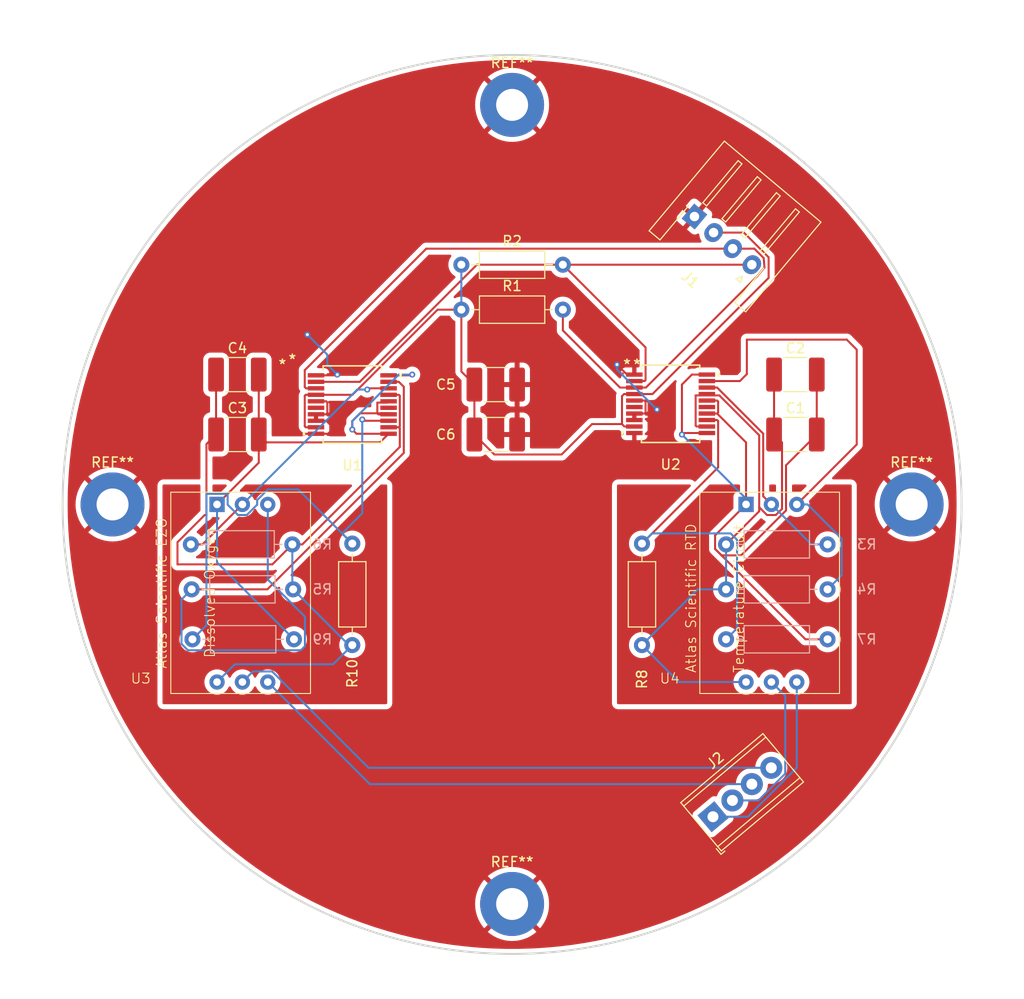
<source format=kicad_pcb>
(kicad_pcb (version 20240108) (generator "pcbnew") (generator_version "8.0")
  (layers (0 "F.Cu" signal) (31 "B.Cu" signal) (34 "B.Paste" user) (35 "F.Paste" user) (36 "B.SilkS" user "B.Silkscreen") (37 "F.SilkS" user "F.Silkscreen") (38 "B.Mask" user) (39 "F.Mask" user) (44 "Edge.Cuts" user))
  (net 0 "")
  (net 1 "Net-(U4-GND)")
  (net 2 "Net-(J1-Pin_3)")
  (net 3 "Net-(J1-Pin_1)")
  (net 4 "Net-(J1-Pin_2)")
  (net 5 "Net-(U2-VDDISO)")
  (net 6 "Net-(U3-GND)")
  (net 7 "Net-(U1-VDDISO)")
  (net 9 "GND")
  (net 11 "Net-(J2-Pin_3)")
  (net 12 "Net-(J2-Pin_1)")
  (net 13 "Net-(J2-Pin_2)")
  (net 14 "Net-(J2-Pin_4)")
  (net 15 "Net-(U2-SDA1)")
  (net 16 "Net-(U2-SCL1)")
  (net 17 "Net-(U1-SCL1)")
  (net 18 "Net-(U1-SDA1)")
  (net 19 "Net-(U2-VSEL)")
  (net 20 "Net-(U1-VSEL)")
  (footprint "Capacitor_SMD:C_1812_4532Metric_Pad1.57x3.40mm_HandSolder" (layer "F.Cu") (at 118 91.5)
    (property "Reference" "C3" (at 0 -2.65 0) (layer "F.SilkS"))
    (property "Value" "0.1uF")
    (pad "1" smd roundrect (at -2.1375 0) (size 1.575 3.4) (layers "F.Cu" "F.Paste" "F.Mask") (roundrect_rratio 0.15873) (net 7 "Net-(U1-VDDISO)"))
    (pad "2" smd roundrect (at 2.1375 0) (size 1.575 3.4) (layers "F.Cu" "F.Paste" "F.Mask") (roundrect_rratio 0.15873) (net 6 "Net-(U3-GND)"))
  )
  (footprint "Resistor_THT:R_Axial_DIN0207_L6.3mm_D2.5mm_P10.16mm_Horizontal" (layer "F.Cu") (at 140.42 74.5)
    (property "Reference" "R2" (at 5.08 -2.37 0) (layer "F.SilkS"))
    (property "Value" "4.7K")
    (pad "1" thru_hole circle (at 0 0) (size 1.6 1.6) (drill 0.8) (layers "*.Cu" "*.Mask") (net 2 "Net-(J1-Pin_3)"))
    (pad "2" thru_hole oval (at 10.16 0) (size 1.6 1.6) (drill 0.8) (layers "*.Cu" "*.Mask") (net 3 "Net-(J1-Pin_1)"))
  )
  (footprint "Connector_JST:JST_XH_S4B-XH-A-1_1x04_P2.50mm_Horizontal" (layer "F.Cu") (at 169.5 74.5 140)
    (property "Reference" "J1" (at 3.75 -5.1 140) (layer "F.SilkS"))
    (property "Value" "Conn_01x04_Male")
    (pad "1" thru_hole oval (at 0 0 140) (size 1.7 1.95) (drill 0.95) (layers "*.Cu" "*.Mask") (net 3 "Net-(J1-Pin_1)"))
    (pad "2" thru_hole oval (at 2.5 0 140) (size 1.7 1.95) (drill 0.95) (layers "*.Cu" "*.Mask") (net 4 "Net-(J1-Pin_2)"))
    (pad "3" thru_hole oval (at 5 0 140) (size 1.7 1.95) (drill 0.95) (layers "*.Cu" "*.Mask") (net 2 "Net-(J1-Pin_3)"))
    (pad "4" thru_hole rect (at 7.5 0 140) (size 1.7 1.95) (drill 0.95) (layers "*.Cu" "*.Mask") (net 9 "GND"))
  )
  (footprint "Resistor_THT:R_Axial_DIN0207_L6.3mm_D2.5mm_P10.16mm_Horizontal" (layer "F.Cu") (at 140.42 79)
    (property "Reference" "R1" (at 5.08 -2.37 0) (layer "F.SilkS"))
    (property "Value" "4.7K")
    (pad "1" thru_hole circle (at 0 0) (size 1.6 1.6) (drill 0.8) (layers "*.Cu" "*.Mask") (net 2 "Net-(J1-Pin_3)"))
    (pad "2" thru_hole oval (at 10.16 0) (size 1.6 1.6) (drill 0.8) (layers "*.Cu" "*.Mask") (net 4 "Net-(J1-Pin_2)"))
  )
  (footprint "Resistor_THT:R_Axial_DIN0207_L6.3mm_D2.5mm_P10.16mm_Horizontal" (layer "F.Cu") (at 158.5 112.58 90)
    (property "Reference" "R8" (at -3.42 0 270) (layer "F.SilkS"))
    (property "Value" "10K")
    (pad "1" thru_hole circle (at 0 0 90) (size 1.6 1.6) (drill 0.8) (layers "*.Cu" "*.Mask") (net 5 "Net-(U2-VDDISO)"))
    (pad "2" thru_hole oval (at 10.16 0 90) (size 1.6 1.6) (drill 0.8) (layers "*.Cu" "*.Mask") (net 19 "Net-(U2-VSEL)"))
  )
  (footprint "Capacitor_SMD:C_1812_4532Metric_Pad1.57x3.40mm_HandSolder" (layer "F.Cu") (at 173.8625 91.5)
    (property "Reference" "C1" (at 0 -2.65 0) (layer "F.SilkS"))
    (property "Value" "0.1uF")
    (pad "1" smd roundrect (at -2.1375 0) (size 1.575 3.4) (layers "F.Cu" "F.Paste" "F.Mask") (roundrect_rratio 0.15873) (net 5 "Net-(U2-VDDISO)"))
    (pad "2" smd roundrect (at 2.1375 0) (size 1.575 3.4) (layers "F.Cu" "F.Paste" "F.Mask") (roundrect_rratio 0.15873) (net 1 "Net-(U4-GND)"))
  )
  (footprint "MountingHole:MountingHole_3.2mm_M3_Pad" (layer "F.Cu") (at 185.5 98.5)
    (property "Reference" "REF**" (at 0 -4.2 0) (layer "F.SilkS"))
    (property "Value" "MountingHole_3.2mm_M3_Pad")
    (pad "1" thru_hole circle (at 0 0) (size 6.4 6.4) (drill 3.2) (layers "*.Cu" "*.Mask") (net 9 "GND"))
  )
  (footprint "Atlas-Scientific:Atlas Scientific Dissolved Oxygen" (layer "F.Cu") (at 111.323592 117.426244)
    (property "Reference" "U3" (at -3 -1.5 0) (layer "F.SilkS") (effects (font (thickness 0.1))))
    (property "Value" "~")
    (fp_text user "Dissolved Oxygen " (at 4.5 -3.5 90) (layer "F.SilkS") (effects (font (thickness 0.1)) (justify left bottom)))
    (fp_text user "Atlas Scientific EZO" (at -0.323592 -2.426244 90) (layer "F.SilkS") (effects (font (thickness 0.1)) (justify left bottom)))
    (pad "1" thru_hole rect (at 4.636408 -18.926244) (size 1.524 1.524) (drill 0.762) (layers "*.Cu" "*.Mask") (net 6 "Net-(U3-GND)"))
    (pad "2" thru_hole circle (at 7.176408 -18.926244) (size 1.524 1.524) (drill 0.762) (layers "*.Cu" "*.Mask") (net 18 "Net-(U1-SDA1)"))
    (pad "3" thru_hole circle (at 9.716408 -18.926244) (size 1.524 1.524) (drill 0.762) (layers "*.Cu" "*.Mask") (net 17 "Net-(U1-SCL1)"))
    (pad "4" thru_hole circle (at 4.636408 -1.146244) (size 1.524 1.524) (drill 0.762) (layers "*.Cu" "*.Mask") (net 7 "Net-(U1-VDDISO)"))
    (pad "5" thru_hole circle (at 7.176408 -1.146244) (size 1.524 1.524) (drill 0.762) (layers "*.Cu" "*.Mask") (net 14 "Net-(J2-Pin_4)"))
    (pad "6" thru_hole circle (at 9.716408 -1.146244) (size 1.524 1.524) (drill 0.762) (layers "*.Cu" "*.Mask") (net 11 "Net-(J2-Pin_3)"))
  )
  (footprint "MountingHole:MountingHole_3.2mm_M3_Pad" (layer "F.Cu") (at 145.5 138.5)
    (property "Reference" "REF**" (at 0 -4.2 0) (layer "F.SilkS"))
    (property "Value" "MountingHole_3.2mm_M3_Pad")
    (pad "1" thru_hole circle (at 0 0) (size 6.4 6.4) (drill 3.2) (layers "*.Cu" "*.Mask") (net 9 "GND"))
  )
  (footprint "MountingHole:MountingHole_3.2mm_M3_Pad" (layer "F.Cu") (at 105.5 98.5)
    (property "Reference" "REF**" (at 0 -4.2 0) (layer "F.SilkS"))
    (property "Value" "MountingHole_3.2mm_M3_Pad")
    (pad "1" thru_hole circle (at 0 0) (size 6.4 6.4) (drill 3.2) (layers "*.Cu" "*.Mask") (net 9 "GND"))
  )
  (footprint "Atlas-Scientific:RS_20_ADI" (layer "F.Cu") (at 129.5 88.5)
    (property "Reference" "U1" (at 0 6.075002 0) (layer "F.SilkS"))
    (property "Value" "ADM3260ARSZ")
    (fp_text user "*" (at -7 -4 0) (layer "F.SilkS"))
    (fp_text user "*" (at -6 -4.5 0) (layer "F.SilkS"))
    (pad "1" smd rect (at -3.6322 -2.925) (size 1.651 0.4318) (layers "F.Cu" "F.Paste" "F.Mask") (net 9 "GND"))
    (pad "2" smd rect (at -3.6322 -2.274999) (size 1.651 0.4318) (layers "F.Cu" "F.Paste" "F.Mask") (net 3 "Net-(J1-Pin_1)"))
    (pad "3" smd rect (at -3.6322 -1.625001) (size 1.651 0.4318) (layers "F.Cu" "F.Paste" "F.Mask") (net 4 "Net-(J1-Pin_2)"))
    (pad "4" smd rect (at -3.6322 -0.974999) (size 1.651 0.4318) (layers "F.Cu" "F.Paste" "F.Mask") (net 2 "Net-(J1-Pin_3)"))
    (pad "5" smd rect (at -3.6322 -0.325001) (size 1.651 0.4318) (layers "F.Cu" "F.Paste" "F.Mask") (net 9 "GND"))
    (pad "6" smd rect (at -3.6322 0.324998) (size 1.651 0.4318) (layers "F.Cu" "F.Paste" "F.Mask"))
    (pad "7" smd rect (at -3.6322 0.974999) (size 1.651 0.4318) (layers "F.Cu" "F.Paste" "F.Mask") (net 9 "GND"))
    (pad "8" smd rect (at -3.6322 1.624998) (size 1.651 0.4318) (layers "F.Cu" "F.Paste" "F.Mask") (net 9 "GND"))
    (pad "9" smd rect (at -3.6322 2.274999) (size 1.651 0.4318) (layers "F.Cu" "F.Paste" "F.Mask") (net 2 "Net-(J1-Pin_3)"))
    (pad "10" smd rect (at -3.6322 2.924998) (size 1.651 0.4318) (layers "F.Cu" "F.Paste" "F.Mask") (net 9 "GND"))
    (pad "11" smd rect (at 3.6322 2.925) (size 1.651 0.4318) (layers "F.Cu" "F.Paste" "F.Mask") (net 6 "Net-(U3-GND)"))
    (pad "12" smd rect (at 3.6322 2.275002) (size 1.651 0.4318) (layers "F.Cu" "F.Paste" "F.Mask") (net 7 "Net-(U1-VDDISO)"))
    (pad "13" smd rect (at 3.6322 1.625001) (size 1.651 0.4318) (layers "F.Cu" "F.Paste" "F.Mask") (net 20 "Net-(U1-VSEL)"))
    (pad "14" smd rect (at 3.6322 0.975002) (size 1.651 0.4318) (layers "F.Cu" "F.Paste" "F.Mask") (net 6 "Net-(U3-GND)"))
    (pad "15" smd rect (at 3.6322 0.325001) (size 1.651 0.4318) (layers "F.Cu" "F.Paste" "F.Mask"))
    (pad "16" smd rect (at 3.6322 -0.324998) (size 1.651 0.4318) (layers "F.Cu" "F.Paste" "F.Mask") (net 6 "Net-(U3-GND)"))
    (pad "17" smd rect (at 3.6322 -0.974999) (size 1.651 0.4318) (layers "F.Cu" "F.Paste" "F.Mask") (net 7 "Net-(U1-VDDISO)"))
    (pad "18" smd rect (at 3.6322 -1.624998) (size 1.651 0.4318) (layers "F.Cu" "F.Paste" "F.Mask") (net 18 "Net-(U1-SDA1)"))
    (pad "19" smd rect (at 3.6322 -2.274999) (size 1.651 0.4318) (layers "F.Cu" "F.Paste" "F.Mask") (net 17 "Net-(U1-SCL1)"))
    (pad "20" smd rect (at 3.6322 -2.924998) (size 1.651 0.4318) (layers "F.Cu" "F.Paste" "F.Mask") (net 6 "Net-(U3-GND)"))
  )
  (footprint "Capacitor_SMD:C_1812_4532Metric_Pad1.57x3.40mm_HandSolder" (layer "F.Cu") (at 118 85.5)
    (property "Reference" "C4" (at 0 -2.65 0) (layer "F.SilkS"))
    (property "Value" "10uF")
    (pad "1" smd roundrect (at -2.1375 0) (size 1.575 3.4) (layers "F.Cu" "F.Paste" "F.Mask") (roundrect_rratio 0.15873) (net 7 "Net-(U1-VDDISO)"))
    (pad "2" smd roundrect (at 2.1375 0) (size 1.575 3.4) (layers "F.Cu" "F.Paste" "F.Mask") (roundrect_rratio 0.15873) (net 6 "Net-(U3-GND)"))
  )
  (footprint "Atlas-Scientific:RS_20_ADI" (layer "F.Cu") (at 161.3678 88.424998)
    (property "Reference" "U2" (at 0 6.075002 0) (layer "F.SilkS"))
    (property "Value" "ADM3260ARSZ")
    (fp_text user "*" (at -4.3678 -3.924998 0) (layer "F.SilkS"))
    (fp_text user "*" (at -3.3678 -3.924998 0) (layer "F.SilkS"))
    (pad "1" smd rect (at -3.6322 -2.925) (size 1.651 0.4318) (layers "F.Cu" "F.Paste" "F.Mask") (net 9 "GND"))
    (pad "2" smd rect (at -3.6322 -2.274999) (size 1.651 0.4318) (layers "F.Cu" "F.Paste" "F.Mask") (net 3 "Net-(J1-Pin_1)"))
    (pad "3" smd rect (at -3.6322 -1.625001) (size 1.651 0.4318) (layers "F.Cu" "F.Paste" "F.Mask") (net 4 "Net-(J1-Pin_2)"))
    (pad "4" smd rect (at -3.6322 -0.974999) (size 1.651 0.4318) (layers "F.Cu" "F.Paste" "F.Mask") (net 2 "Net-(J1-Pin_3)"))
    (pad "5" smd rect (at -3.6322 -0.325001) (size 1.651 0.4318) (layers "F.Cu" "F.Paste" "F.Mask") (net 9 "GND"))
    (pad "6" smd rect (at -3.6322 0.324998) (size 1.651 0.4318) (layers "F.Cu" "F.Paste" "F.Mask"))
    (pad "7" smd rect (at -3.6322 0.974999) (size 1.651 0.4318) (layers "F.Cu" "F.Paste" "F.Mask") (net 9 "GND"))
    (pad "8" smd rect (at -3.6322 1.624998) (size 1.651 0.4318) (layers "F.Cu" "F.Paste" "F.Mask") (net 9 "GND"))
    (pad "9" smd rect (at -3.6322 2.274999) (size 1.651 0.4318) (layers "F.Cu" "F.Paste" "F.Mask") (net 2 "Net-(J1-Pin_3)"))
    (pad "10" smd rect (at -3.6322 2.924998) (size 1.651 0.4318) (layers "F.Cu" "F.Paste" "F.Mask") (net 9 "GND"))
    (pad "11" smd rect (at 3.6322 2.925) (size 1.651 0.4318) (layers "F.Cu" "F.Paste" "F.Mask") (net 1 "Net-(U4-GND)"))
    (pad "12" smd rect (at 3.6322 2.275002) (size 1.651 0.4318) (layers "F.Cu" "F.Paste" "F.Mask") (net 5 "Net-(U2-VDDISO)"))
    (pad "13" smd rect (at 3.6322 1.625001) (size 1.651 0.4318) (layers "F.Cu" "F.Paste" "F.Mask") (net 19 "Net-(U2-VSEL)"))
    (pad "14" smd rect (at 3.6322 0.975002) (size 1.651 0.4318) (layers "F.Cu" "F.Paste" "F.Mask") (net 1 "Net-(U4-GND)"))
    (pad "15" smd rect (at 3.6322 0.325001) (size 1.651 0.4318) (layers "F.Cu" "F.Paste" "F.Mask"))
    (pad "16" smd rect (at 3.6322 -0.324998) (size 1.651 0.4318) (layers "F.Cu" "F.Paste" "F.Mask") (net 1 "Net-(U4-GND)"))
    (pad "17" smd rect (at 3.6322 -0.974999) (size 1.651 0.4318) (layers "F.Cu" "F.Paste" "F.Mask") (net 5 "Net-(U2-VDDISO)"))
    (pad "18" smd rect (at 3.6322 -1.624998) (size 1.651 0.4318) (layers "F.Cu" "F.Paste" "F.Mask") (net 15 "Net-(U2-SDA1)"))
    (pad "19" smd rect (at 3.6322 -2.274999) (size 1.651 0.4318) (layers "F.Cu" "F.Paste" "F.Mask") (net 16 "Net-(U2-SCL1)"))
    (pad "20" smd rect (at 3.6322 -2.924998) (size 1.651 0.4318) (layers "F.Cu" "F.Paste" "F.Mask") (net 1 "Net-(U4-GND)"))
  )
  (footprint "Capacitor_SMD:C_1812_4532Metric_Pad1.57x3.40mm_HandSolder" (layer "F.Cu") (at 173.8625 85.5)
    (property "Reference" "C2" (at 0 -2.65 0) (layer "F.SilkS"))
    (property "Value" "10uF")
    (pad "1" smd roundrect (at -2.1375 0) (size 1.575 3.4) (layers "F.Cu" "F.Paste" "F.Mask") (roundrect_rratio 0.15873) (net 5 "Net-(U2-VDDISO)"))
    (pad "2" smd roundrect (at 2.1375 0) (size 1.575 3.4) (layers "F.Cu" "F.Paste" "F.Mask") (roundrect_rratio 0.15873) (net 1 "Net-(U4-GND)"))
  )
  (footprint "Atlas-Scientific:Atlas Scientific RTD Temperature Circuit" (layer "F.Cu") (at 164.283592 117.426244)
    (property "Reference" "U4" (at -3 -1.5 0) (layer "F.SilkS") (effects (font (thickness 0.1))))
    (property "Value" "~")
    (fp_text user "Temperature Circuit" (at 4.5 -2 90) (layer "F.SilkS") (effects (font (thickness 0.1)) (justify left bottom)))
    (fp_text user "Atlas Scientific RTD" (at -0.283592 -2 90) (layer "F.SilkS") (effects (font (thickness 0.1)) (justify left bottom)))
    (pad "1" thru_hole rect (at 4.636408 -18.926244) (size 1.524 1.524) (drill 0.762) (layers "*.Cu" "*.Mask") (net 1 "Net-(U4-GND)"))
    (pad "2" thru_hole circle (at 7.176408 -18.926244) (size 1.524 1.524) (drill 0.762) (layers "*.Cu" "*.Mask") (net 15 "Net-(U2-SDA1)"))
    (pad "3" thru_hole circle (at 9.716408 -18.926244) (size 1.524 1.524) (drill 0.762) (layers "*.Cu" "*.Mask") (net 16 "Net-(U2-SCL1)"))
    (pad "4" thru_hole circle (at 4.636408 -1.146244) (size 1.524 1.524) (drill 0.762) (layers "*.Cu" "*.Mask") (net 5 "Net-(U2-VDDISO)"))
    (pad "5" thru_hole circle (at 7.176408 -1.146244) (size 1.524 1.524) (drill 0.762) (layers "*.Cu" "*.Mask") (net 13 "Net-(J2-Pin_2)"))
    (pad "6" thru_hole circle (at 9.716408 -1.146244) (size 1.524 1.524) (drill 0.762) (layers "*.Cu" "*.Mask") (net 12 "Net-(J2-Pin_1)"))
  )
  (footprint "MountingHole:MountingHole_3.2mm_M3_Pad" (layer "F.Cu") (at 145.5 58.5)
    (property "Reference" "REF**" (at 0 -4.2 0) (layer "F.SilkS"))
    (property "Value" "MountingHole_3.2mm_M3_Pad")
    (pad "1" thru_hole circle (at 0 0) (size 6.4 6.4) (drill 3.2) (layers "*.Cu" "*.Mask") (net 9 "GND"))
  )
  (footprint "Resistor_THT:R_Axial_DIN0207_L6.3mm_D2.5mm_P10.16mm_Horizontal" (layer "F.Cu") (at 129.5 102.42 -90)
    (property "Reference" "R10" (at 13 0 90) (layer "F.SilkS"))
    (property "Value" "10K")
    (pad "1" thru_hole circle (at 0 0 270) (size 1.6 1.6) (drill 0.8) (layers "*.Cu" "*.Mask") (net 20 "Net-(U1-VSEL)"))
    (pad "2" thru_hole oval (at 10.16 0 270) (size 1.6 1.6) (drill 0.8) (layers "*.Cu" "*.Mask") (net 7 "Net-(U1-VDDISO)"))
  )
  (footprint "Capacitor_SMD:C_1812_4532Metric_Pad1.57x3.40mm_HandSolder" (layer "F.Cu") (at 143.8625 91.5)
    (property "Reference" "C6" (at -5 0 0) (layer "F.SilkS"))
    (property "Value" "10uF")
    (pad "1" smd roundrect (at -2.1375 0) (size 1.575 3.4) (layers "F.Cu" "F.Paste" "F.Mask") (roundrect_rratio 0.15873) (net 2 "Net-(J1-Pin_3)"))
    (pad "2" smd roundrect (at 2.1375 0) (size 1.575 3.4) (layers "F.Cu" "F.Paste" "F.Mask") (roundrect_rratio 0.15873) (net 9 "GND"))
  )
  (footprint "Capacitor_SMD:C_1812_4532Metric_Pad1.57x3.40mm_HandSolder" (layer "F.Cu") (at 143.8625 86.5)
    (property "Reference" "C5" (at -5 0 0) (layer "F.SilkS"))
    (property "Value" "0.1uF")
    (pad "1" smd roundrect (at -2.1375 0) (size 1.575 3.4) (layers "F.Cu" "F.Paste" "F.Mask") (roundrect_rratio 0.15873) (net 2 "Net-(J1-Pin_3)"))
    (pad "2" smd roundrect (at 2.1375 0) (size 1.575 3.4) (layers "F.Cu" "F.Paste" "F.Mask") (roundrect_rratio 0.15873) (net 9 "GND"))
  )
  (footprint "TerminalBlock_Phoenix:TerminalBlock_Phoenix_MPT-0,5-4-2.54_1x04_P2.54mm_Horizontal" (layer "F.Cu") (at 165.608494 129.765361 40)
    (property "Reference" "J2" (at 3.81 -4.16 40) (layer "F.SilkS"))
    (property "Value" "Screw_Terminal_01x04")
    (pad "1" thru_hole rect (at 0 0 40) (size 2.2 2.2) (drill 1.1) (layers "*.Cu" "*.Mask") (net 12 "Net-(J2-Pin_1)"))
    (pad "2" thru_hole circle (at 2.54 0 40) (size 2.2 2.2) (drill 1.1) (layers "*.Cu" "*.Mask") (net 13 "Net-(J2-Pin_2)"))
    (pad "3" thru_hole circle (at 5.08 0 40) (size 2.2 2.2) (drill 1.1) (layers "*.Cu" "*.Mask") (net 11 "Net-(J2-Pin_3)"))
    (pad "4" thru_hole circle (at 7.620001 0 40) (size 2.2 2.2) (drill 1.1) (layers "*.Cu" "*.Mask") (net 14 "Net-(J2-Pin_4)"))
  )
  (footprint "Resistor_THT:R_Axial_DIN0207_L6.3mm_D2.5mm_P10.16mm_Horizontal" (layer "B.Cu") (at 113.5 112)
    (property "Reference" "R9" (at 13 0 360) (layer "B.SilkS") (effects (justify mirror)))
    (property "Value" "4.7K")
    (pad "1" thru_hole circle (at 0 0) (size 1.6 1.6) (drill 0.8) (layers "*.Cu" "*.Mask") (net 20 "Net-(U1-VSEL)"))
    (pad "2" thru_hole oval (at 10.16 0) (size 1.6 1.6) (drill 0.8) (layers "*.Cu" "*.Mask") (net 6 "Net-(U3-GND)"))
  )
  (footprint "Resistor_THT:R_Axial_DIN0207_L6.3mm_D2.5mm_P10.16mm_Horizontal" (layer "B.Cu") (at 123.58 107 180)
    (property "Reference" "R5" (at -2.92 0 180) (layer "B.SilkS") (effects (justify mirror)))
    (property "Value" "4.7K")
    (pad "1" thru_hole circle (at 0 0 180) (size 1.6 1.6) (drill 0.8) (layers "*.Cu" "*.Mask") (net 7 "Net-(U1-VDDISO)"))
    (pad "2" thru_hole oval (at 10.16 0 180) (size 1.6 1.6) (drill 0.8) (layers "*.Cu" "*.Mask") (net 17 "Net-(U1-SCL1)"))
  )
  (footprint "Resistor_THT:R_Axial_DIN0207_L6.3mm_D2.5mm_P10.16mm_Horizontal" (layer "B.Cu") (at 177.08 102.5 180)
    (property "Reference" "R3" (at -3.92 0 180) (layer "B.SilkS") (effects (justify mirror)))
    (property "Value" "4.7K")
    (pad "1" thru_hole circle (at 0 0 180) (size 1.6 1.6) (drill 0.8) (layers "*.Cu" "*.Mask") (net 15 "Net-(U2-SDA1)"))
    (pad "2" thru_hole oval (at 10.16 0 180) (size 1.6 1.6) (drill 0.8) (layers "*.Cu" "*.Mask") (net 5 "Net-(U2-VDDISO)"))
  )
  (footprint "Resistor_THT:R_Axial_DIN0207_L6.3mm_D2.5mm_P10.16mm_Horizontal" (layer "B.Cu") (at 123.5 102.5 180)
    (property "Reference" "R6" (at -3 0 180) (layer "B.SilkS") (effects (justify mirror)))
    (property "Value" "4.7K")
    (pad "1" thru_hole circle (at 0 0 180) (size 1.6 1.6) (drill 0.8) (layers "*.Cu" "*.Mask") (net 7 "Net-(U1-VDDISO)"))
    (pad "2" thru_hole oval (at 10.16 0 180) (size 1.6 1.6) (drill 0.8) (layers "*.Cu" "*.Mask") (net 18 "Net-(U1-SDA1)"))
  )
  (footprint "Resistor_THT:R_Axial_DIN0207_L6.3mm_D2.5mm_P10.16mm_Horizontal" (layer "B.Cu") (at 177.08 107 180)
    (property "Reference" "R4" (at -3.92 0 180) (layer "B.SilkS") (effects (justify mirror)))
    (property "Value" "4.7K")
    (pad "1" thru_hole circle (at 0 0 180) (size 1.6 1.6) (drill 0.8) (layers "*.Cu" "*.Mask") (net 16 "Net-(U2-SCL1)"))
    (pad "2" thru_hole oval (at 10.16 0 180) (size 1.6 1.6) (drill 0.8) (layers "*.Cu" "*.Mask") (net 5 "Net-(U2-VDDISO)"))
  )
  (footprint "Resistor_THT:R_Axial_DIN0207_L6.3mm_D2.5mm_P10.16mm_Horizontal" (layer "B.Cu") (at 177.08 112 180)
    (property "Reference" "R7" (at -3.92 0 180) (layer "B.SilkS") (effects (justify mirror)))
    (property "Value" "4.7K")
    (pad "1" thru_hole circle (at 0 0 180) (size 1.6 1.6) (drill 0.8) (layers "*.Cu" "*.Mask") (net 1 "Net-(U4-GND)"))
    (pad "2" thru_hole oval (at 10.16 0 180) (size 1.6 1.6) (drill 0.8) (layers "*.Cu" "*.Mask") (net 19 "Net-(U2-VSEL)"))
  )
  (gr_circle (center 145.5 98.5) (end 190.5 98.5) (stroke (width 0.2)) (fill none) (layer "Edge.Cuts"))
  (segment (start 165 85.5) (end 163.5 85.5) (width 0.2) (layer "F.Cu") (net 1))
  (segment (start 166.0255 89.4) (end 168.92 92.2945) (width 0.2) (layer "F.Cu") (net 1))
  (segment (start 165 88.1) (end 166.0255 88.1) (width 0.2) (layer "F.Cu") (net 1))
  (segment (start 174.864365 112) (end 177.08 112) (width 0.2) (layer "F.Cu") (net 1))
  (segment (start 165 91.349998) (end 162.650002 91.349998) (width 0.2) (layer "F.Cu") (net 1))
  (segment (start 172.922 99.105581) (end 168.42758 103.6) (width 0.2) (layer "F.Cu") (net 1))
  (segment (start 176 91.5) (end 172.922 94.578) (width 0.2) (layer "F.Cu") (net 1))
  (segment (start 163.5 85.5) (end 162.5 86.5) (width 0.2) (layer "F.Cu") (net 1))
  (segment (start 168.92 92.2945) (end 168.92 98.5) (width 0.2) (layer "F.Cu") (net 1))
  (segment (start 172.922 94.578) (end 172.922 99.105581) (width 0.2) (layer "F.Cu") (net 1))
  (segment (start 166.1255 88.2) (end 166.1255 89.3) (width 0.2) (layer "F.Cu") (net 1))
  (segment (start 162.650002 91.349998) (end 162.5 91.5) (width 0.2) (layer "F.Cu") (net 1))
  (segment (start 176 85.5) (end 176 91.5) (width 0.2) (layer "F.Cu") (net 1))
  (segment (start 162.5 86.5) (end 162.5 91.5) (width 0.2) (layer "F.Cu") (net 1))
  (segment (start 165.82 102.955635) (end 174.864365 112) (width 0.2) (layer "F.Cu") (net 1))
  (segment (start 165 89.4) (end 166.0255 89.4) (width 0.2) (layer "F.Cu") (net 1))
  (segment (start 166.1255 89.3) (end 166.0255 89.4) (width 0.2) (layer "F.Cu") (net 1))
  (segment (start 166.0255 88.1) (end 166.1255 88.2) (width 0.2) (layer "F.Cu") (net 1))
  (segment (start 168.42758 103.6) (end 166.464365 103.6) (width 0.2) (layer "F.Cu") (net 1))
  (segment (start 166.464365 103.6) (end 165.82 102.955635) (width 0.2) (layer "F.Cu") (net 1))
  (segment (start 168.92 98.5) (end 165.82 101.6) (width 0.2) (layer "F.Cu") (net 1))
  (segment (start 165.82 101.6) (end 165.82 102.955635) (width 0.2) (layer "F.Cu") (net 1))
  (via (at 162.5 91.5) (size 0.6) (drill 0.3) (layers "F.Cu" "B.Cu") (net 1))
  (segment (start 168.92 97.92) (end 168.92 98.5) (width 0.2) (layer "B.Cu") (net 1))
  (segment (start 162.5 91.5) (end 168.92 97.92) (width 0.2) (layer "B.Cu") (net 1))
  (segment (start 157.7356 90.699997) (end 156.744201 90.699997) (width 0.2) (layer "F.Cu") (net 2))
  (segment (start 156.5 90.455796) (end 156.5 87.660099) (width 0.2) (layer "F.Cu") (net 2))
  (segment (start 124.7423 90.674999) (end 124.8423 90.774999) (width 0.2) (layer "F.Cu") (net 2))
  (segment (start 129.51632 87.525001) (end 125.8678 87.525001) (width 0.2) (layer "F.Cu") (net 2))
  (segment (start 138.041321 79) (end 129.51632 87.525001) (width 0.2) (layer "F.Cu") (net 2))
  (segment (start 156.5 90.455796) (end 153.5 90.455796) (width 0.2) (layer "F.Cu") (net 2))
  (segment (start 159.550001 87.449999) (end 157.7356 87.449999) (width 0.2) (layer "F.Cu") (net 2))
  (segment (start 141.725 91.5) (end 141.725 86.5) (width 0.2) (layer "F.Cu") (net 2))
  (segment (start 124.8423 90.774999) (end 125.8678 90.774999) (width 0.2) (layer "F.Cu") (net 2))
  (segment (start 140.42 79) (end 140.42 85.195) (width 0.2) (layer "F.Cu") (net 2))
  (segment (start 124.7423 87.625001) (end 124.7423 90.674999) (width 0.2) (layer "F.Cu") (net 2))
  (segment (start 140.42 79) (end 138.041321 79) (width 0.2) (layer "F.Cu") (net 2))
  (segment (start 165.669778 71.286062) (end 168.706725 71.286062) (width 0.2) (layer "F.Cu") (net 2))
  (segment (start 156.744201 90.699997) (end 156.5 90.455796) (width 0.2) (layer "F.Cu") (net 2))
  (segment (start 171.180409 73.759746) (end 171.180409 75.819591) (width 0.2) (layer "F.Cu") (net 2))
  (segment (start 125.8678 87.525001) (end 124.8423 87.525001) (width 0.2) (layer "F.Cu") (net 2))
  (segment (start 171.180409 75.819591) (end 159.550001 87.449999) (width 0.2) (layer "F.Cu") (net 2))
  (segment (start 140.42 85.195) (end 141.725 86.5) (width 0.2) (layer "F.Cu") (net 2))
  (segment (start 150.455796 93.5) (end 143.725 93.5) (width 0.2) (layer "F.Cu") (net 2))
  (segment (start 168.706725 71.286062) (end 171.180409 73.759746) (width 0.2) (layer "F.Cu") (net 2))
  (segment (start 156.7101 87.449999) (end 157.7356 87.449999) (width 0.2) (layer "F.Cu") (net 2))
  (segment (start 153.5 90.455796) (end 150.455796 93.5) (width 0.2) (layer "F.Cu") (net 2))
  (segment (start 156.5 87.660099) (end 156.7101 87.449999) (width 0.2) (layer "F.Cu") (net 2))
  (segment (start 124.8423 87.525001) (end 124.7423 87.625001) (width 0.2) (layer "F.Cu") (net 2))
  (segment (start 143.725 93.5) (end 141.725 91.5) (width 0.2) (layer "F.Cu") (net 2))
  (segment (start 140.42 74.5) (end 140.42 79) (width 0.2) (layer "B.Cu") (net 2))
  (segment (start 130.250634 86.225001) (end 125.8678 86.225001) (width 0.2) (layer "F.Cu") (net 3))
  (segment (start 158.8611 86.049999) (end 158.7611 86.149999) (width 0.2) (layer "F.Cu") (net 3))
  (segment (start 158.7611 86.149999) (end 157.7356 86.149999) (width 0.2) (layer "F.Cu") (net 3))
  (segment (start 141.975635 74.5) (end 130.250634 86.225001) (width 0.2) (layer "F.Cu") (net 3))
  (segment (start 150.58 74.5) (end 169.5 74.5) (width 0.2) (layer "F.Cu") (net 3))
  (segment (start 150.58 74.5) (end 141.975635 74.5) (width 0.2) (layer "F.Cu") (net 3))
  (segment (start 150.58 74.5) (end 158.8611 82.7811) (width 0.2) (layer "F.Cu") (net 3))
  (segment (start 158.8611 82.7811) (end 158.8611 86.049999) (width 0.2) (layer "F.Cu") (net 3))
  (segment (start 157.7356 86.799997) (end 158.894284 86.799997) (width 0.2) (layer "F.Cu") (net 4))
  (segment (start 124.7423 85.0591) (end 136.908369 72.893031) (width 0.2) (layer "F.Cu") (net 4))
  (segment (start 125.8678 86.874999) (end 124.876398 86.874999) (width 0.2) (layer "F.Cu") (net 4))
  (segment (start 170.76749 74.778541) (end 170.684453 73.829476) (width 0.2) (layer "F.Cu") (net 4))
  (segment (start 170.684453 73.829476) (end 169.748008 72.893031) (width 0.2) (layer "F.Cu") (net 4))
  (segment (start 169.748008 72.893031) (end 167.584889 72.893031) (width 0.2) (layer "F.Cu") (net 4))
  (segment (start 136.908369 72.893031) (end 167.584889 72.893031) (width 0.2) (layer "F.Cu") (net 4))
  (segment (start 156.299997 86.799997) (end 157.7356 86.799997) (width 0.2) (layer "F.Cu") (net 4))
  (segment (start 124.876398 86.874999) (end 124.7423 86.740901) (width 0.2) (layer "F.Cu") (net 4))
  (segment (start 169.99442 75.699861) (end 170.76749 74.778541) (width 0.2) (layer "F.Cu") (net 4))
  (segment (start 158.894284 86.799997) (end 169.99442 75.699861) (width 0.2) (layer "F.Cu") (net 4))
  (segment (start 124.7423 86.740901) (end 124.7423 85.0591) (width 0.2) (layer "F.Cu") (net 4))
  (segment (start 150.58 79) (end 150.58 81.08) (width 0.2) (layer "F.Cu") (net 4))
  (segment (start 150.58 81.08) (end 156.299997 86.799997) (width 0.2) (layer "F.Cu") (net 4))
  (segment (start 171.020105 99.562) (end 171.899895 99.562) (width 0.2) (layer "F.Cu") (net 5))
  (segment (start 165 90.7) (end 163.9745 90.7) (width 0.2) (layer "F.Cu") (net 5))
  (segment (start 172.522 92.297) (end 171.725 91.5) (width 0.2) (layer "F.Cu") (net 5))
  (segment (start 163.9745 90.7) (end 163.8745 90.6) (width 0.2) (layer "F.Cu") (net 5))
  (segment (start 170.2375 99.1825) (end 166.92 102.5) (width 0.2) (layer "F.Cu") (net 5))
  (segment (start 163.8745 87.5841) (end 166.243914 87.5841) (width 0.2) (layer "F.Cu") (net 5))
  (segment (start 163.8745 90.6) (end 163.8745 87.5841) (width 0.2) (layer "F.Cu") (net 5))
  (segment (start 171.899895 99.562) (end 172.522 98.939895) (width 0.2) (layer "F.Cu") (net 5))
  (segment (start 170.2375 98.779395) (end 171.020105 99.562) (width 0.2) (layer "F.Cu") (net 5))
  (segment (start 171.725 85.5) (end 171.725 91.5) (width 0.2) (layer "F.Cu") (net 5))
  (segment (start 166.243914 87.5841) (end 170.2375 91.577686) (width 0.2) (layer "F.Cu") (net 5))
  (segment (start 172.522 98.939895) (end 172.522 92.297) (width 0.2) (layer "F.Cu") (net 5))
  (segment (start 170.2375 91.577686) (end 170.2375 98.779395) (width 0.2) (layer "F.Cu") (net 5))
  (segment (start 170.2375 98.779395) (end 170.2375 99.1825) (width 0.2) (layer "F.Cu") (net 5))
  (segment (start 164.08 107) (end 158.5 112.58) (width 0.2) (layer "B.Cu") (net 5))
  (segment (start 168.92 116.28) (end 162.2 116.28) (width 0.2) (layer "B.Cu") (net 5))
  (segment (start 162.2 116.28) (end 158.5 112.58) (width 0.2) (layer "B.Cu") (net 5))
  (segment (start 166.92 102.5) (end 166.92 107) (width 0.2) (layer "B.Cu") (net 5))
  (segment (start 166.92 107) (end 164.08 107) (width 0.2) (layer "B.Cu") (net 5))
  (segment (start 133.0322 89.375002) (end 133.1322 89.475002) (width 0.2) (layer "F.Cu") (net 6))
  (segment (start 132.998101 88.309101) (end 132.0067 88.309101) (width 0.2) (layer "F.Cu") (net 6))
  (segment (start 120.1375 91.5) (end 120.1375 94.3225) (width 0.2) (layer "F.Cu") (net 6))
  (segment (start 129.5 91) (end 129.5 90.151471) (width 0.2) (layer "F.Cu") (net 6))
  (segment (start 133.1322 88.175002) (end 132.998101 88.309101) (width 0.2) (layer "F.Cu") (net 6))
  (segment (start 120.1375 94.3225) (end 115.96 98.5) (width 0.2) (layer "F.Cu") (net 6))
  (segment (start 120.1375 85.5) (end 120.1375 91.5) (width 0.2) (layer "F.Cu") (net 6))
  (segment (start 130.276469 89.375002) (end 133.0322 89.375002) (width 0.2) (layer "F.Cu") (net 6))
  (segment (start 120.1375 91.5) (end 120.925 92.2875) (width 0.2) (layer "F.Cu") (net 6))
  (segment (start 132.1067 89.475002) (end 133.1322 89.475002) (width 0.2) (layer "F.Cu") (net 6))
  (segment (start 135.424998 85.575002) (end 135.5 85.5) (width 0.2) (layer "F.Cu") (net 6))
  (segment (start 133.1322 91.425) (end 129.925 91.425) (width 0.2) (layer "F.Cu") (net 6))
  (segment (start 132.2697 92.2875) (end 133.1322 91.425) (width 0.2) (layer "F.Cu") (net 6))
  (segment (start 132.0067 88.309101) (end 132.0067 89.375002) (width 0.2) (layer "F.Cu") (net 6))
  (segment (start 133.1322 85.575002) (end 135.424998 85.575002) (width 0.2) (layer "F.Cu") (net 6))
  (segment (start 133.1322 89.475002) (end 132.140799 89.475002) (width 0.2) (layer "F.Cu") (net 6))
  (segment (start 132.0067 89.375002) (end 132.1067 89.475002) (width 0.2) (layer "F.Cu") (net 6))
  (segment (start 120.925 92.2875) (end 132.2697 92.2875) (width 0.2) (layer "F.Cu") (net 6))
  (segment (start 129.925 91.425) (end 129.5 91) (width 0.2) (layer "F.Cu") (net 6))
  (segment (start 129.5 90.151471) (end 130.276469 89.375002) (width 0.2) (layer "F.Cu") (net 6))
  (via (at 135.5 85.5) (size 0.6) (drill 0.3) (layers "F.Cu" "B.Cu") (net 6))
  (via (at 129.5 91) (size 0.6) (drill 0.3) (layers "F.Cu" "B.Cu") (net 6))
  (segment (start 123.66 112) (end 115.96 104.3) (width 0.2) (layer "B.Cu") (net 6))
  (segment (start 135.5 85.5) (end 134.151471 85.5) (width 0.2) (layer "B.Cu") (net 6))
  (segment (start 134.151471 85.5) (end 129.5 90.151471) (width 0.2) (layer "B.Cu") (net 6))
  (segment (start 115.96 104.3) (end 115.96 98.5) (width 0.2) (layer "B.Cu") (net 6))
  (segment (start 129.5 90.151471) (end 129.5 91) (width 0.2) (layer "B.Cu") (net 6))
  (segment (start 124.5 102.5) (end 123.5 102.5) (width 0.2) (layer "F.Cu") (net 7))
  (segment (start 134.1577 90.775002) (end 134.2577 90.875002) (width 0.2) (layer "F.Cu") (net 7))
  (segment (start 134.2577 90.875002) (end 134.2577 92.7423) (width 0.2) (layer "F.Cu") (net 7))
  (segment (start 112 102.284365) (end 114.722365 99.562) (width 0.2) (layer "F.Cu") (net 7))
  (segment (start 134.2577 90.675002) (end 134.1577 90.775002) (width 0.2) (layer "F.Cu") (net 7))
  (segment (start 134.2577 87.625001) (end 134.2577 90.675002) (width 0.2) (layer "F.Cu") (net 7))
  (segment (start 121.5 104.5) (end 112 104.5) (width 0.2) (layer "F.Cu") (net 7))
  (segment (start 134.1577 87.525001) (end 134.2577 87.625001) (width 0.2) (layer "F.Cu") (net 7))
  (segment (start 134.1577 90.775002) (end 133.1322 90.775002) (width 0.2) (layer "F.Cu") (net 7))
  (segment (start 112 104.5) (end 112 102.284365) (width 0.2) (layer "F.Cu") (net 7))
  (segment (start 123.5 102.5) (end 121.5 104.5) (width 0.2) (layer "F.Cu") (net 7))
  (segment (start 115.8625 85.5) (end 115.8625 91.5) (width 0.2) (layer "F.Cu") (net 7))
  (segment (start 115.8625 91.5) (end 114.898 92.4645) (width 0.2) (layer "F.Cu") (net 7))
  (segment (start 134.2577 92.7423) (end 124.5 102.5) (width 0.2) (layer "F.Cu") (net 7))
  (segment (start 114.722365 99.562) (end 114.898 99.562) (width 0.2) (layer "F.Cu") (net 7))
  (segment (start 133.1322 87.525001) (end 134.1577 87.525001) (width 0.2) (layer "F.Cu") (net 7))
  (segment (start 114.898 92.4645) (end 114.898 99.562) (width 0.2) (layer "F.Cu") (net 7))
  (segment (start 115.96 116.28) (end 117.74 114.5) (width 0.2) (layer "B.Cu") (net 7))
  (segment (start 123.5 106.92) (end 123.58 107) (width 0.2) (layer "B.Cu") (net 7))
  (segment (start 127.58 114.5) (end 129.5 112.58) (width 0.2) (layer "B.Cu") (net 7))
  (segment (start 123.58 107) (end 129.16 112.58) (width 0.2) (layer "B.Cu") (net 7))
  (segment (start 129.16 112.58) (end 129.5 112.58) (width 0.2) (layer "B.Cu") (net 7))
  (segment (start 123.5 102.5) (end 123.5 106.92) (width 0.2) (layer "B.Cu") (net 7))
  (segment (start 117.74 114.5) (end 127.58 114.5) (width 0.2) (layer "B.Cu") (net 7))
  (segment (start 125.8678 90.124998) (end 126.8933 90.124998) (width 0.2) (layer "F.Cu") (net 9))
  (segment (start 126.8933 89.474999) (end 125.8678 89.474999) (width 0.2) (layer "F.Cu") (net 9))
  (segment (start 127.925 85.575) (end 128 85.5) (width 0.2) (layer "F.Cu") (net 9))
  (segment (start 157.7356 88.099997) (end 158.7611 88.099997) (width 0.2) (layer "F.Cu") (net 9))
  (segment (start 127 89.368299) (end 126.8933 89.474999) (width 0.2) (layer "F.Cu") (net 9))
  (segment (start 156.999998 85.499998) (end 156 84.5) (width 0.2) (layer "F.Cu") (net 9))
  (segment (start 127.5 91) (end 127.075002 91.424998) (width 0.2) (layer "F.Cu") (net 9))
  (segment (start 158.7611 89.399997) (end 157.7356 89.399997) (width 0.2) (layer "F.Cu") (net 9))
  (segment (start 123 91) (end 123 83.5) (width 0.2) (layer "F.Cu") (net 9))
  (segment (start 127.5 90.731698) (end 127.5 91) (width 0.2) (layer "F.Cu") (net 9))
  (segment (start 123.424998 91.424998) (end 123 91) (width 0.2) (layer "F.Cu") (net 9))
  (segment (start 127 88.281699) (end 127 89.368299) (width 0.2) (layer "F.Cu") (net 9))
  (segment (start 125.8678 91.424998) (end 123.424998 91.424998) (width 0.2) (layer "F.Cu") (net 9))
  (segment (start 127.075002 91.424998) (end 125.8678 91.424998) (width 0.2) (layer "F.Cu") (net 9))
  (segment (start 125.8678 88.174999) (end 126.8933 88.174999) (width 0.2) (layer "F.Cu") (net 9))
  (segment (start 126.8933 88.174999) (end 127 88.281699) (width 0.2) (layer "F.Cu") (net 9))
  (segment (start 158.8611 89.299997) (end 158.7611 89.399997) (width 0.2) (layer "F.Cu") (net 9))
  (segment (start 157.7356 88.099997) (end 159.099997 88.099997) (width 0.2) (layer "F.Cu") (net 9))
  (segment (start 123 83.5) (end 125 81.5) (width 0.2) (layer "F.Cu") (net 9))
  (segment (start 158.7611 88.099997) (end 158.8611 88.199997) (width 0.2) (layer "F.Cu") (net 9))
  (segment (start 125.8678 85.575) (end 127.925 85.575) (width 0.2) (layer "F.Cu") (net 9))
  (segment (start 158.8611 88.199997) (end 158.8611 89.299997) (width 0.2) (layer "F.Cu") (net 9))
  (segment (start 126.8933 90.124998) (end 127.5 90.731698) (width 0.2) (layer "F.Cu") (net 9))
  (segment (start 159.099997 88.099997) (end 160 89) (width 0.2) (layer "F.Cu") (net 9))
  (segment (start 157.7356 85.499998) (end 156.999998 85.499998) (width 0.2) (layer "F.Cu") (net 9))
  (via (at 160 89) (size 0.6) (drill 0.3) (layers "F.Cu" "B.Cu") (net 9))
  (via (at 156 84.5) (size 0.6) (drill 0.3) (layers "F.Cu" "B.Cu") (net 9))
  (via (at 125 81.5) (size 0.6) (drill 0.3) (layers "F.Cu" "B.Cu") (net 9))
  (via (at 128 85.5) (size 0.6) (drill 0.3) (layers "F.Cu" "B.Cu") (net 9))
  (segment (start 128 85.5) (end 127 84.5) (width 0.2) (layer "B.Cu") (net 9))
  (segment (start 127 84.5) (end 127 83.5) (width 0.2) (layer "B.Cu") (net 9))
  (segment (start 156 84.5) (end 156 85) (width 0.2) (layer "B.Cu") (net 9))
  (segment (start 127 83.5) (end 125 81.5) (width 0.2) (layer "B.Cu") (net 9))
  (segment (start 156 85) (end 160 89) (width 0.2) (layer "B.Cu") (net 9))
  (segment (start 131.26 126.5) (end 121.04 116.28) (width 0.2) (layer "B.Cu") (net 11))
  (segment (start 169.5 126.5) (end 131.26 126.5) (width 0.2) (layer "B.Cu") (net 11))
  (segment (start 174 116.28) (end 174 124.858656) (width 0.2) (layer "B.Cu") (net 12))
  (segment (start 169.093295 129.765361) (end 165.608494 129.765361) (width 0.2) (layer "B.Cu") (net 12))
  (segment (start 174 124.858656) (end 169.093295 129.765361) (width 0.2) (layer "B.Cu") (net 12))
  (segment (start 171.46 116.28) (end 172.845753 117.665753) (width 0.2) (layer "B.Cu") (net 13))
  (segment (start 172.845753 117.665753) (end 172.845753 125.447218) (width 0.2) (layer "B.Cu") (net 13))
  (segment (start 172.845753 125.447218) (end 170.160291 128.13268) (width 0.2) (layer "B.Cu") (net 13))
  (segment (start 170.160291 128.13268) (end 167.554247 128.13268) (width 0.2) (layer "B.Cu") (net 13))
  (segment (start 171.445753 124.867319) (end 131.129214 124.867319) (width 0.2) (layer "B.Cu") (net 14))
  (segment (start 131.129214 124.867319) (end 121.479895 115.218) (width 0.2) (layer "B.Cu") (net 14))
  (segment (start 121.479895 115.218) (end 119.562 115.218) (width 0.2) (layer "B.Cu") (net 14))
  (segment (start 119.562 115.218) (end 118.5 116.28) (width 0.2) (layer "B.Cu") (net 14))
  (segment (start 170.6375 91.412) (end 170.6375 97.6775) (width 0.2) (layer "F.Cu") (net 15))
  (segment (start 166.0255 86.8) (end 170.6375 91.412) (width 0.2) (layer "F.Cu") (net 15))
  (segment (start 170.6375 97.6775) (end 171.46 98.5) (width 0.2) (layer "F.Cu") (net 15))
  (segment (start 165 86.8) (end 166.0255 86.8) (width 0.2) (layer "F.Cu") (net 15))
  (segment (start 175.46 102.5) (end 177.08 102.5) (width 0.2) (layer "B.Cu") (net 15))
  (segment (start 171.46 98.5) (end 175.46 102.5) (width 0.2) (layer "B.Cu") (net 15))
  (segment (start 168.302757 86.149999) (end 169 85.452756) (width 0.2) (layer "F.Cu") (net 16))
  (segment (start 169 82) (end 179 82) (width 0.2) (layer "F.Cu") (net 16))
  (segment (start 180 92.5) (end 174 98.5) (width 0.2) (layer "F.Cu") (net 16))
  (segment (start 180 83) (end 180 92.5) (width 0.2) (layer "F.Cu") (net 16))
  (segment (start 169 85.452756) (end 169 82) (width 0.2) (layer "F.Cu") (net 16))
  (segment (start 165 86.149999) (end 168.302757 86.149999) (width 0.2) (layer "F.Cu") (net 16))
  (segment (start 179 82) (end 180 83) (width 0.2) (layer "F.Cu") (net 16))
  (segment (start 178.5 101.92237) (end 178.5 105.58) (width 0.2) (layer "B.Cu") (net 16))
  (segment (start 178.5 105.58) (end 177.08 107) (width 0.2) (layer "B.Cu") (net 16))
  (segment (start 175.07763 98.5) (end 178.5 101.92237) (width 0.2) (layer "B.Cu") (net 16))
  (segment (start 174 98.5) (end 175.07763 98.5) (width 0.2) (layer "B.Cu") (net 16))
  (segment (start 121 107) (end 113.42 107) (width 0.2) (layer "F.Cu") (net 17))
  (segment (start 134.1577 86.225001) (end 134.6577 86.725001) (width 0.2) (layer "F.Cu") (net 17))
  (segment (start 134.6577 93.3423) (end 121 107) (width 0.2) (layer "F.Cu") (net 17))
  (segment (start 133.1322 86.225001) (end 134.1577 86.225001) (width 0.2) (layer "F.Cu") (net 17))
  (segment (start 134.6577 86.725001) (end 134.6577 93.3423) (width 0.2) (layer "F.Cu") (net 17))
  (segment (start 121.04 98.5) (end 121.04 106.015635) (width 0.2) (layer "B.Cu") (net 17))
  (segment (start 124.76 109.735635) (end 124.76 112.68995) (width 0.2) (layer "B.Cu") (net 17))
  (segment (start 124.34995 113.1) (end 113.044365 113.1) (width 0.2) (layer "B.Cu") (net 17))
  (segment (start 112.4 108.02) (end 113.42 107) (width 0.2) (layer "B.Cu") (net 17))
  (segment (start 112.4 112.455635) (end 112.4 108.02) (width 0.2) (layer "B.Cu") (net 17))
  (segment (start 124.76 112.68995) (end 124.34995 113.1) (width 0.2) (layer "B.Cu") (net 17))
  (segment (start 121.04 106.015635) (end 124.76 109.735635) (width 0.2) (layer "B.Cu") (net 17))
  (segment (start 113.044365 113.1) (end 112.4 112.455635) (width 0.2) (layer "B.Cu") (net 17))
  (segment (start 133.1322 86.875002) (end 131.124998 86.875002) (width 0.2) (layer "F.Cu") (net 18))
  (segment (start 114.5 102.5) (end 118.5 98.5) (width 0.2) (layer "F.Cu") (net 18))
  (segment (start 113.34 102.5) (end 114.5 102.5) (width 0.2) (layer "F.Cu") (net 18))
  (segment (start 131.124998 86.875002) (end 131 87) (width 0.2) (layer "F.Cu") (net 18))
  (via (at 131 87) (size 0.6) (drill 0.3) (layers "F.Cu" "B.Cu") (net 18))
  (segment (start 131 87) (end 130 87) (width 0.2) (layer "B.Cu") (net 18))
  (segment (start 130 87) (end 118.5 98.5) (width 0.2) (layer "B.Cu") (net 18))
  (segment (start 166.1255 90.149999) (end 166.1255 94.7945) (width 0.2) (layer "F.Cu") (net 19))
  (segment (start 166.0255 90.049999) (end 166.1255 90.149999) (width 0.2) (layer "F.Cu") (net 19))
  (segment (start 166.1255 94.7945) (end 158.5 102.42) (width 0.2) (layer "F.Cu") (net 19))
  (segment (start 165 90.049999) (end 166.0255 90.049999) (width 0.2) (layer "F.Cu") (net 19))
  (segment (start 158.5 102.42) (end 159.52 101.4) (width 0.2) (layer "B.Cu") (net 19))
  (segment (start 168.02 110.9) (end 166.92 112) (width 0.2) (layer "B.Cu") (net 19))
  (segment (start 159.52 101.4) (end 167.375635 101.4) (width 0.2) (layer "B.Cu") (net 19))
  (segment (start 168.02 102.044365) (end 168.02 110.9) (width 0.2) (layer "B.Cu") (net 19))
  (segment (start 167.375635 101.4) (end 168.02 102.044365) (width 0.2) (layer "B.Cu") (net 19))
  (segment (start 133.1322 90.125001) (end 130.625001 90.125001) (width 0.2) (layer "F.Cu") (net 20))
  (segment (start 130.625001 90.125001) (end 130.5 90) (width 0.2) (layer "F.Cu") (net 20))
  (via (at 130.5 90) (size 0.6) (drill 0.3) (layers "F.Cu" "B.Cu") (net 20))
  (segment (start 114.898 110.602) (end 113.5 112) (width 0.2) (layer "B.Cu") (net 20))
  (segment (start 119.978 98.523895) (end 119.978 98.060105) (width 0.2) (layer "B.Cu") (net 20))
  (segment (start 117.022 97.438) (end 114.898 97.438) (width 0.2) (layer "B.Cu") (net 20))
  (segment (start 119.978 98.060105) (end 121.038105 97) (width 0.2) (layer "B.Cu") (net 20))
  (segment (start 117.022 98.5) (end 117.022 97.438) (width 0.2) (layer "B.Cu") (net 20))
  (segment (start 130.5 90) (end 130.5 99.38) (width 0.2) (layer "B.Cu") (net 20))
  (segment (start 114.898 97.438) (end 114.898 110.602) (width 0.2) (layer "B.Cu") (net 20))
  (segment (start 124.08 97) (end 129.5 102.42) (width 0.2) (layer "B.Cu") (net 20))
  (segment (start 121.038105 97) (end 124.08 97) (width 0.2) (layer "B.Cu") (net 20))
  (segment (start 129.5 102.42) (end 128.48 101.4) (width 0.2) (layer "B.Cu") (net 20))
  (segment (start 130.5 99.38) (end 128.48 101.4) (width 0.2) (layer "B.Cu") (net 20))
  (segment (start 118.060105 99.562) (end 118.939895 99.562) (width 0.2) (layer "B.Cu") (net 20))
  (segment (start 117.022 98.523895) (end 118.060105 99.562) (width 0.2) (layer "B.Cu") (net 20))
  (segment (start 118.939895 99.562) (end 119.978 98.523895) (width 0.2) (layer "B.Cu") (net 20))
  (zone (net 0) (net_name "") (layer "F.Cu") (priority 1) (connect_pads (clearance 0.5)) (min_thickness 0.25) (fill yes (thermal_gap 0.5) (thermal_bridge_width 0.5) (island_removal_mode 1) (island_area_min 10))
    (polygon (pts (xy 156 96.5) (xy 156 118.5) (xy 179.5 118.5) (xy 179.5 96.5)))
  )
  (zone (net 9) (net_name "GND") (layer "F.Cu") (name "GND") (connect_pads (clearance 0.5)) (min_thickness 0.25) (fill yes (thermal_gap 0.5) (thermal_bridge_width 0.5))
    (polygon (pts (xy 196 48) (xy 95 48) (xy 95 148) (xy 195.5 148) (xy 196 147.5)))
  )
  (zone (net 0) (net_name "") (layer "F.Cu") (priority 1) (connect_pads (clearance 0.5)) (min_thickness 0.25) (fill yes (thermal_gap 0.5) (thermal_bridge_width 0.5) (island_removal_mode 1) (island_area_min 10))
    (polygon (pts (xy 110.5 96.5) (xy 110.5 118.5) (xy 133 118.5) (xy 133 96.5)))
  )
)
</source>
